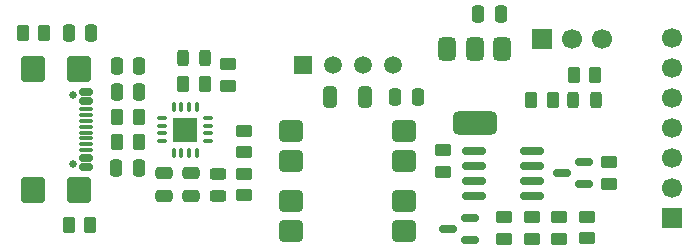
<source format=gbr>
%TF.GenerationSoftware,KiCad,Pcbnew,9.0.2*%
%TF.CreationDate,2025-06-06T06:50:43+02:00*%
%TF.ProjectId,USB-RS485_FT230,5553422d-5253-4343-9835-5f4654323330,rev?*%
%TF.SameCoordinates,Original*%
%TF.FileFunction,Soldermask,Top*%
%TF.FilePolarity,Negative*%
%FSLAX46Y46*%
G04 Gerber Fmt 4.6, Leading zero omitted, Abs format (unit mm)*
G04 Created by KiCad (PCBNEW 9.0.2) date 2025-06-06 06:50:43*
%MOMM*%
%LPD*%
G01*
G04 APERTURE LIST*
G04 Aperture macros list*
%AMRoundRect*
0 Rectangle with rounded corners*
0 $1 Rounding radius*
0 $2 $3 $4 $5 $6 $7 $8 $9 X,Y pos of 4 corners*
0 Add a 4 corners polygon primitive as box body*
4,1,4,$2,$3,$4,$5,$6,$7,$8,$9,$2,$3,0*
0 Add four circle primitives for the rounded corners*
1,1,$1+$1,$2,$3*
1,1,$1+$1,$4,$5*
1,1,$1+$1,$6,$7*
1,1,$1+$1,$8,$9*
0 Add four rect primitives between the rounded corners*
20,1,$1+$1,$2,$3,$4,$5,0*
20,1,$1+$1,$4,$5,$6,$7,0*
20,1,$1+$1,$6,$7,$8,$9,0*
20,1,$1+$1,$8,$9,$2,$3,0*%
G04 Aperture macros list end*
%ADD10RoundRect,0.250000X0.450000X-0.262500X0.450000X0.262500X-0.450000X0.262500X-0.450000X-0.262500X0*%
%ADD11RoundRect,0.150000X0.587500X0.150000X-0.587500X0.150000X-0.587500X-0.150000X0.587500X-0.150000X0*%
%ADD12RoundRect,0.250000X0.250000X0.475000X-0.250000X0.475000X-0.250000X-0.475000X0.250000X-0.475000X0*%
%ADD13RoundRect,0.249999X-0.750001X-0.640001X0.750001X-0.640001X0.750001X0.640001X-0.750001X0.640001X0*%
%ADD14RoundRect,0.250000X0.262500X0.450000X-0.262500X0.450000X-0.262500X-0.450000X0.262500X-0.450000X0*%
%ADD15RoundRect,0.243750X-0.456250X0.243750X-0.456250X-0.243750X0.456250X-0.243750X0.456250X0.243750X0*%
%ADD16RoundRect,0.250000X0.475000X-0.250000X0.475000X0.250000X-0.475000X0.250000X-0.475000X-0.250000X0*%
%ADD17RoundRect,0.250000X-0.475000X0.250000X-0.475000X-0.250000X0.475000X-0.250000X0.475000X0.250000X0*%
%ADD18RoundRect,0.249999X0.750001X0.640001X-0.750001X0.640001X-0.750001X-0.640001X0.750001X-0.640001X0*%
%ADD19R,1.500000X1.500000*%
%ADD20C,1.500000*%
%ADD21RoundRect,0.243750X0.243750X0.456250X-0.243750X0.456250X-0.243750X-0.456250X0.243750X-0.456250X0*%
%ADD22RoundRect,0.250000X-0.450000X0.262500X-0.450000X-0.262500X0.450000X-0.262500X0.450000X0.262500X0*%
%ADD23RoundRect,0.150000X-0.825000X-0.150000X0.825000X-0.150000X0.825000X0.150000X-0.825000X0.150000X0*%
%ADD24RoundRect,0.250000X-0.325000X-0.650000X0.325000X-0.650000X0.325000X0.650000X-0.325000X0.650000X0*%
%ADD25RoundRect,0.250000X-0.262500X-0.450000X0.262500X-0.450000X0.262500X0.450000X-0.262500X0.450000X0*%
%ADD26RoundRect,0.250000X-0.250000X-0.475000X0.250000X-0.475000X0.250000X0.475000X-0.250000X0.475000X0*%
%ADD27RoundRect,0.075000X-0.075000X0.350000X-0.075000X-0.350000X0.075000X-0.350000X0.075000X0.350000X0*%
%ADD28RoundRect,0.075000X-0.350000X0.075000X-0.350000X-0.075000X0.350000X-0.075000X0.350000X0.075000X0*%
%ADD29R,2.100000X2.100000*%
%ADD30RoundRect,0.375000X-0.375000X0.625000X-0.375000X-0.625000X0.375000X-0.625000X0.375000X0.625000X0*%
%ADD31RoundRect,0.500000X-1.400000X0.500000X-1.400000X-0.500000X1.400000X-0.500000X1.400000X0.500000X0*%
%ADD32R,1.700000X1.700000*%
%ADD33C,1.700000*%
%ADD34C,0.650000*%
%ADD35RoundRect,0.150000X-0.425000X0.150000X-0.425000X-0.150000X0.425000X-0.150000X0.425000X0.150000X0*%
%ADD36RoundRect,0.075000X-0.500000X0.075000X-0.500000X-0.075000X0.500000X-0.075000X0.500000X0.075000X0*%
%ADD37RoundRect,0.250000X-0.750000X0.840000X-0.750000X-0.840000X0.750000X-0.840000X0.750000X0.840000X0*%
%ADD38RoundRect,0.243750X-0.243750X-0.456250X0.243750X-0.456250X0.243750X0.456250X-0.243750X0.456250X0*%
G04 APERTURE END LIST*
D10*
%TO.C,R13*%
X100150000Y-104512500D03*
X100150000Y-102687500D03*
%TD*%
D11*
%TO.C,D3*%
X104487500Y-99900000D03*
X104487500Y-98000000D03*
X102612500Y-98950000D03*
%TD*%
D12*
%TO.C,C4*%
X66825000Y-98500000D03*
X64925000Y-98500000D03*
%TD*%
D13*
%TO.C,U2*%
X79735000Y-101340000D03*
X79735000Y-103880000D03*
X89265000Y-103880000D03*
X89265000Y-101340000D03*
%TD*%
D14*
%TO.C,R1*%
X66812500Y-96325000D03*
X64987500Y-96325000D03*
%TD*%
%TO.C,R4*%
X62712500Y-103300000D03*
X60887500Y-103300000D03*
%TD*%
%TO.C,R7*%
X72393750Y-91375000D03*
X70568750Y-91375000D03*
%TD*%
D15*
%TO.C,D1*%
X73500000Y-98987500D03*
X73500000Y-100862500D03*
%TD*%
D14*
%TO.C,R2*%
X66812500Y-94200000D03*
X64987500Y-94200000D03*
%TD*%
D10*
%TO.C,R8*%
X75750000Y-97187500D03*
X75750000Y-95362500D03*
%TD*%
D14*
%TO.C,R11*%
X105462500Y-90610000D03*
X103637500Y-90610000D03*
%TD*%
%TO.C,R16*%
X101862500Y-92750000D03*
X100037500Y-92750000D03*
%TD*%
D11*
%TO.C,Q1*%
X94837500Y-104600000D03*
X94837500Y-102700000D03*
X92962500Y-103650000D03*
%TD*%
D16*
%TO.C,C1*%
X71250000Y-100850000D03*
X71250000Y-98950000D03*
%TD*%
D17*
%TO.C,C5*%
X68925000Y-98950000D03*
X68925000Y-100850000D03*
%TD*%
D18*
%TO.C,U3*%
X89265000Y-97880000D03*
X89265000Y-95340000D03*
X79735000Y-95340000D03*
X79735000Y-97880000D03*
%TD*%
D19*
%TO.C,U4*%
X80680000Y-89810000D03*
D20*
X83220000Y-89810000D03*
X85760000Y-89810000D03*
X88300000Y-89810000D03*
%TD*%
D21*
%TO.C,D4*%
X105487500Y-92750000D03*
X103612500Y-92750000D03*
%TD*%
D22*
%TO.C,R14*%
X97750000Y-102687500D03*
X97750000Y-104512500D03*
%TD*%
D23*
%TO.C,U6*%
X95175000Y-97055000D03*
X95175000Y-98325000D03*
X95175000Y-99595000D03*
X95175000Y-100865000D03*
X100125000Y-100865000D03*
X100125000Y-99595000D03*
X100125000Y-98325000D03*
X100125000Y-97055000D03*
%TD*%
D24*
%TO.C,C7*%
X83000000Y-92500000D03*
X85950000Y-92500000D03*
%TD*%
D10*
%TO.C,R6*%
X74375000Y-91537500D03*
X74375000Y-89712500D03*
%TD*%
D25*
%TO.C,R3*%
X56987500Y-87060000D03*
X58812500Y-87060000D03*
%TD*%
D26*
%TO.C,C3*%
X64975000Y-89850000D03*
X66875000Y-89850000D03*
%TD*%
D27*
%TO.C,U1*%
X71725000Y-93300000D03*
X71075000Y-93300000D03*
X70425000Y-93300000D03*
X69775000Y-93300000D03*
D28*
X68800000Y-94275000D03*
X68800000Y-94925000D03*
X68800000Y-95575000D03*
X68800000Y-96225000D03*
D27*
X69775000Y-97200000D03*
X70425000Y-97200000D03*
X71075000Y-97200000D03*
X71725000Y-97200000D03*
D28*
X72700000Y-96225000D03*
X72700000Y-95575000D03*
X72700000Y-94925000D03*
X72700000Y-94275000D03*
D29*
X70750000Y-95250000D03*
%TD*%
D22*
%TO.C,R15*%
X106650000Y-98037500D03*
X106650000Y-99862500D03*
%TD*%
D26*
%TO.C,C8*%
X88550000Y-92500000D03*
X90450000Y-92500000D03*
%TD*%
D30*
%TO.C,U5*%
X97550000Y-88410000D03*
X95250000Y-88410000D03*
D31*
X95250000Y-94710000D03*
D30*
X92950000Y-88410000D03*
%TD*%
D26*
%TO.C,C6*%
X60900000Y-87060000D03*
X62800000Y-87060000D03*
%TD*%
D22*
%TO.C,R12*%
X104800000Y-102637500D03*
X104800000Y-104462500D03*
%TD*%
D10*
%TO.C,R10*%
X102400000Y-104512500D03*
X102400000Y-102687500D03*
%TD*%
D32*
%TO.C,J2*%
X100975000Y-87610000D03*
D33*
X103515000Y-87610000D03*
X106055000Y-87610000D03*
%TD*%
D12*
%TO.C,C2*%
X66875000Y-92050000D03*
X64975000Y-92050000D03*
%TD*%
D32*
%TO.C,J3*%
X111950000Y-102710000D03*
D33*
X111950000Y-100170000D03*
X111950000Y-97630000D03*
X111950000Y-95090000D03*
X111950000Y-92550000D03*
X111950000Y-90010000D03*
X111950000Y-87470000D03*
%TD*%
D12*
%TO.C,C9*%
X97450000Y-85500000D03*
X95550000Y-85500000D03*
%TD*%
D34*
%TO.C,J1*%
X61280000Y-92360000D03*
X61280000Y-98140000D03*
D35*
X62355000Y-92050000D03*
X62355000Y-92850000D03*
D36*
X62355000Y-94000000D03*
X62355000Y-95000000D03*
X62355000Y-95500000D03*
X62355000Y-96500000D03*
D35*
X62355000Y-97650000D03*
X62355000Y-98450000D03*
X62355000Y-98450000D03*
X62355000Y-97650000D03*
D36*
X62355000Y-97000000D03*
X62355000Y-96000000D03*
X62355000Y-94500000D03*
X62355000Y-93500000D03*
D35*
X62355000Y-92850000D03*
X62355000Y-92050000D03*
D37*
X61780000Y-90140000D03*
X57850000Y-90140000D03*
X61780000Y-100360000D03*
X57850000Y-100360000D03*
%TD*%
D22*
%TO.C,R9*%
X92600000Y-96997500D03*
X92600000Y-98822500D03*
%TD*%
D38*
%TO.C,D2*%
X70543750Y-89150000D03*
X72418750Y-89150000D03*
%TD*%
D22*
%TO.C,R5*%
X75750000Y-99000000D03*
X75750000Y-100825000D03*
%TD*%
M02*

</source>
